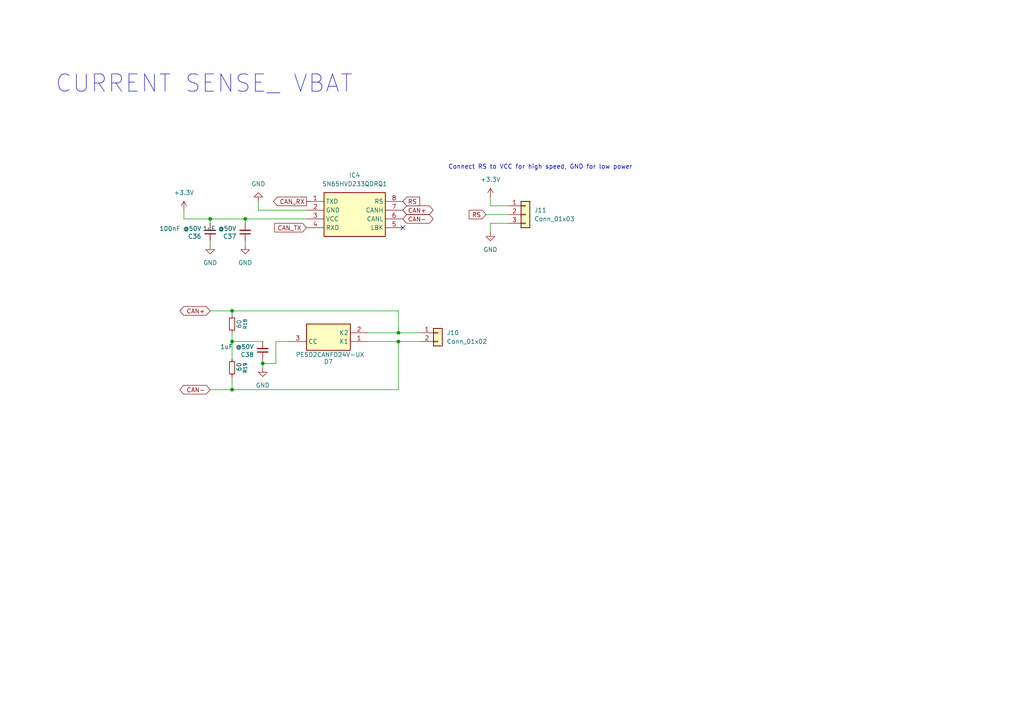
<source format=kicad_sch>
(kicad_sch (version 20250114) (generator "eeschema") (generator_version "9.0")
  (paper "A4")
  (lib_symbols
    (symbol "Connector_Generic:Conn_01x02" (pin_names (offset 1.016) (hide yes))
      (property "Reference" "J" (at 0 2.54 0))
      (property "Value" "Conn_01x02" (at 0 -5.08 0))
      (symbol "Conn_01x02_1_1"
        (rectangle (start -1.27 1.27) (end 1.27 -3.81) (stroke (width 0.254)) (fill (type background)))
        (rectangle (start -1.27 0.127) (end 0 -0.127) (stroke (width 0.1524)))
        (rectangle (start -1.27 -2.413) (end 0 -2.667) (stroke (width 0.1524)))
        (pin passive line (at -5.08 0 0) (length 3.81) (name "Pin_1") (number "1"))
        (pin passive line (at -5.08 -2.54 0) (length 3.81) (name "Pin_2") (number "2"))
      )
    )
    (symbol "Connector_Generic:Conn_01x03" (pin_names (offset 1.016) (hide yes))
      (property "Reference" "J" (at 0 5.08 0))
      (property "Value" "Conn_01x03" (at 0 -5.08 0))
      (symbol "Conn_01x03_1_1"
        (rectangle (start -1.27 3.81) (end 1.27 -3.81) (stroke (width 0.254)) (fill (type background)))
        (rectangle (start -1.27 2.667) (end 0 2.413) (stroke (width 0.1524)))
        (rectangle (start -1.27 0.127) (end 0 -0.127) (stroke (width 0.1524)))
        (rectangle (start -1.27 -2.413) (end 0 -2.667) (stroke (width 0.1524)))
        (pin passive line (at -5.08 2.54 0) (length 3.81) (name "Pin_1") (number "1"))
        (pin passive line (at -5.08 0 0) (length 3.81) (name "Pin_2") (number "2"))
        (pin passive line (at -5.08 -2.54 0) (length 3.81) (name "Pin_3") (number "3"))
      )
    )
    (symbol "Device:C_Small" (pin_numbers (hide yes)) (pin_names (offset 0.254) (hide yes))
      (property "Reference" "C" (at 0.254 1.778 0))
      (property "Value" "C_Small" (at 0.254 -2.032 0))
      (symbol "C_Small_0_1"
        (polyline (pts (xy -1.524 0.508) (xy 1.524 0.508)) (stroke (width 0.3048)))
        (polyline (pts (xy -1.524 -0.508) (xy 1.524 -0.508)) (stroke (width 0.3302)))
      )
      (symbol "C_Small_1_1"
        (pin passive line (at 0 2.54 270) (length 2.032) (name "~") (number "1"))
        (pin passive line (at 0 -2.54 90) (length 2.032) (name "~") (number "2"))
      )
    )
    (symbol "Device:R_Small" (pin_numbers (hide yes)) (pin_names (offset 0.254) (hide yes))
      (property "Reference" "R" (at 0 0 90))
      (property "Value" "R_Small" (at 1.778 0 90))
      (symbol "R_Small_0_1"
        (rectangle (start -0.762 1.778) (end 0.762 -1.778) (stroke (width 0.2032)))
      )
      (symbol "R_Small_1_1"
        (pin passive line (at 0 2.54 270) (length 0.762) (name "~") (number "1"))
        (pin passive line (at 0 -2.54 90) (length 0.762) (name "~") (number "2"))
      )
    )
    (symbol "power:+3.3V" (power) (pin_numbers (hide yes)) (pin_names (offset 0) (hide yes))
      (property "Value" "+3.3V" (at 0 3.556 0))
      (symbol "+3.3V_0_1"
        (polyline (pts (xy -0.762 1.27) (xy 0 2.54)))
        (polyline (pts (xy 0 2.54) (xy 0.762 1.27)))
        (polyline (pts (xy 0 0) (xy 0 2.54)))
      )
      (symbol "+3.3V_1_1"
        (pin power_in line (at 0 0 90) (length 0) (name "~") (number "1"))
      )
    )
    (symbol "power:GND1" (power) (pin_numbers (hide yes)) (pin_names (offset 0) (hide yes))
      (property "Value" "GND1" (at 0 -3.81 0))
      (symbol "GND1_0_1"
        (polyline (pts (xy 0 0) (xy 0 -1.27) (xy 1.27 -1.27) (xy 0 -2.54) (xy -1.27 -1.27) (xy 0 -1.27)))
      )
      (symbol "GND1_1_1"
        (pin power_in line (at 0 0 270) (length 0) (name "~") (number "1"))
      )
    )
    (symbol "samac_sys:PESD2CANFD24V-UX"
      (property "Reference" "D" (at 19.05 7.62 0))
      (property "Value" "PESD2CANFD24V-UX" (at 19.05 5.08 0))
      (symbol "PESD2CANFD24V-UX_1_1"
        (rectangle (start 5.08 2.54) (end 17.78 -5.08) (stroke (width 0.254)) (fill (type background)))
        (pin passive line (at 0 0 0) (length 5.08) (name "K1") (number "1"))
        (pin passive line (at 0 -2.54 0) (length 5.08) (name "K2") (number "2"))
        (pin passive line (at 22.86 0 180) (length 5.08) (name "CC") (number "3"))
      )
    )
    (symbol "samac_sys:SN65HVD233QDRQ1"
      (property "Reference" "IC" (at 24.13 7.62 0))
      (property "Value" "SN65HVD233QDRQ1" (at 24.13 5.08 0))
      (symbol "SN65HVD233QDRQ1_1_1"
        (rectangle (start 5.08 2.54) (end 22.86 -10.16) (stroke (width 0.254)) (fill (type background)))
        (pin passive line (at 0 0 0) (length 5.08) (name "TXD") (number "1"))
        (pin passive line (at 0 -2.54 0) (length 5.08) (name "GND") (number "2"))
        (pin passive line (at 0 -5.08 0) (length 5.08) (name "VCC") (number "3"))
        (pin passive line (at 0 -7.62 0) (length 5.08) (name "RXD") (number "4"))
        (pin passive line (at 27.94 0 180) (length 5.08) (name "RS") (number "8"))
        (pin passive line (at 27.94 -2.54 180) (length 5.08) (name "CANH") (number "7"))
        (pin passive line (at 27.94 -5.08 180) (length 5.08) (name "CANL") (number "6"))
        (pin passive line (at 27.94 -7.62 180) (length 5.08) (name "LBK") (number "5"))
      )
    )
  )
  (text "Connect RS to VCC for high speed, GND for low power" (at 156.718 48.514 0) (effects (font (size 1.27 1.27))))
  (text "CURRENT SENSE_ VBAT" (at 59.182 24.384 0) (effects (font (size 5 5))))
  (junction (at 67.31 90.17))
  (junction (at 71.12 63.5))
  (junction (at 67.31 99.06))
  (junction (at 115.57 96.52))
  (junction (at 76.2 105.41))
  (junction (at 115.57 99.06))
  (junction (at 60.96 63.5))
  (junction (at 67.31 113.03))
  (no_connect (at 116.84 66.04))
  (wire (pts (xy 140.97 62.23) (xy 147.32 62.23)))
  (wire (pts (xy 67.31 99.06) (xy 67.31 104.14)))
  (wire (pts (xy 142.24 57.15) (xy 142.24 59.69)))
  (wire (pts (xy 71.12 63.5) (xy 71.12 64.77)))
  (wire (pts (xy 76.2 105.41) (xy 76.2 106.68)))
  (wire (pts (xy 71.12 63.5) (xy 88.9 63.5)))
  (wire (pts (xy 115.57 96.52) (xy 121.92 96.52)))
  (wire (pts (xy 60.96 63.5) (xy 71.12 63.5)))
  (wire (pts (xy 106.68 99.06) (xy 115.57 99.06)))
  (wire (pts (xy 147.32 64.77) (xy 142.24 64.77)))
  (wire (pts (xy 88.9 60.96) (xy 74.93 60.96)))
  (wire (pts (xy 142.24 59.69) (xy 147.32 59.69)))
  (wire (pts (xy 67.31 90.17) (xy 115.57 90.17)))
  (wire (pts (xy 115.57 99.06) (xy 115.57 113.03)))
  (wire (pts (xy 80.01 105.41) (xy 76.2 105.41)))
  (wire (pts (xy 60.96 69.85) (xy 60.96 71.12)))
  (wire (pts (xy 53.34 63.5) (xy 60.96 63.5)))
  (wire (pts (xy 106.68 96.52) (xy 115.57 96.52)))
  (wire (pts (xy 74.93 60.96) (xy 74.93 58.42)))
  (wire (pts (xy 60.96 90.17) (xy 67.31 90.17)))
  (wire (pts (xy 115.57 99.06) (xy 121.92 99.06)))
  (wire (pts (xy 115.57 113.03) (xy 67.31 113.03)))
  (wire (pts (xy 53.34 60.96) (xy 53.34 63.5)))
  (wire (pts (xy 115.57 96.52) (xy 115.57 90.17)))
  (wire (pts (xy 83.82 99.06) (xy 80.01 99.06)))
  (wire (pts (xy 67.31 90.17) (xy 67.31 91.44)))
  (wire (pts (xy 67.31 96.52) (xy 67.31 99.06)))
  (wire (pts (xy 142.24 64.77) (xy 142.24 67.31)))
  (wire (pts (xy 67.31 113.03) (xy 60.96 113.03)))
  (wire (pts (xy 76.2 104.14) (xy 76.2 105.41)))
  (wire (pts (xy 71.12 69.85) (xy 71.12 71.12)))
  (wire (pts (xy 67.31 99.06) (xy 76.2 99.06)))
  (wire (pts (xy 67.31 109.22) (xy 67.31 113.03)))
  (wire (pts (xy 60.96 63.5) (xy 60.96 64.77)))
  (wire (pts (xy 80.01 99.06) (xy 80.01 105.41)))
  (global_label "RS" (shape input) (at 140.97 62.23 180) (property "Intersheetrefs" "${INTERSHEET_REFS}" (effects (hide yes))))
  (global_label "CAN+" (shape bidirectional) (at 60.96 90.17 180) (property "Intersheetrefs" "${INTERSHEET_REFS}" (effects (hide yes))))
  (global_label "CAN+" (shape bidirectional) (at 116.84 60.96 0) (property "Intersheetrefs" "${INTERSHEET_REFS}" (effects (hide yes))))
  (global_label "CAN-" (shape bidirectional) (at 116.84 63.5 0) (property "Intersheetrefs" "${INTERSHEET_REFS}" (effects (hide yes))))
  (global_label "CAN_RX" (shape output) (at 88.9 58.42 180) (property "Intersheetrefs" "${INTERSHEET_REFS}" (effects (hide yes))))
  (global_label "RS" (shape input) (at 116.84 58.42 0) (property "Intersheetrefs" "${INTERSHEET_REFS}" (effects (hide yes))))
  (global_label "CAN_TX" (shape input) (at 88.9 66.04 180) (property "Intersheetrefs" "${INTERSHEET_REFS}" (effects (hide yes))))
  (global_label "CAN-" (shape bidirectional) (at 60.96 113.03 180) (property "Intersheetrefs" "${INTERSHEET_REFS}" (effects (hide yes))))
  (symbol (lib_id "samac_sys:SN65HVD233QDRQ1") (at 88.9 58.42 0) (unit 1)
    (property "Reference" "IC4" (at 102.87 50.8 0))
    (property "Value" "SN65HVD233QDRQ1" (at 102.87 53.34 0))
    (property "Footprint" "samac_sys:SOIC127P600X175-8N" (effects (hide yes)))
    (property "Datasheet" "http://www.ti.com/lit/gpn/sn65hvd233-q1" (effects (hide yes)))
    (property "Description" "3.3-V Automotive CAN Bus Transceivers" (effects (hide yes)))
    (property "Height" "1.75" (effects (hide yes)))
    (property "Mouser Part Number" "595-SN65HVD233QDRQ1" (effects (hide yes)))
    (property "Mouser Price/Stock" "https://www.mouser.co.uk/ProductDetail/Texas-Instruments/SN65HVD233QDRQ1?qs=OEYMhS7p3YY8MdjGTK4Kqg%3D%3D" (effects (hide yes)))
    (property "Manufacturer_Name" "Texas Instruments" (effects (hide yes)))
    (property "Manufacturer_Part_Number" "SN65HVD233QDRQ1" (effects (hide yes)))
  )
  (symbol (lib_id "power:+3.3V") (at 142.24 57.15 0) (unit 1)
    (property "Reference" "#PWR087" (effects (hide yes)))
    (property "Value" "+3.3V" (at 142.24 52.07 0))
    (property "Description" "Power symbol creates a global label with name \"+3.3V\"" (effects (hide yes)))
  )
  (symbol (lib_id "power:GND1") (at 74.93 58.42 180) (unit 1)
    (property "Reference" "#PWR085" (effects (hide yes)))
    (property "Value" "GND" (at 74.93 53.34 0))
    (property "Description" "Power symbol creates a global label with name \"GND1\" , ground" (effects (hide yes)))
  )
  (symbol (lib_id "power:GND1") (at 71.12 71.12 0) (unit 1)
    (property "Reference" "#PWR084" (effects (hide yes)))
    (property "Value" "GND" (at 71.12 76.2 0))
    (property "Description" "Power symbol creates a global label with name \"GND1\" , ground" (effects (hide yes)))
  )
  (symbol (lib_id "Connector_Generic:Conn_01x02") (at 127 96.52 0) (unit 1)
    (property "Reference" "J10" (at 129.54 96.5199 0) (effects (justify left)))
    (property "Value" "Conn_01x02" (at 129.54 99.0599 0) (effects (justify left)))
    (property "Footprint" "Connector_JST:JST_PH_B2B-PH-K_1x02_P2.00mm_Vertical" (effects (hide yes)))
    (property "Description" "Generic connector, single row, 01x02, script generated (kicad-library-utils/schlib/autogen/connector/)" (effects (hide yes)))
  )
  (symbol (lib_id "Device:C_Small") (at 71.12 67.31 180) (unit 1)
    (property "Reference" "C37" (at 68.58 68.5738 0) (effects (justify left)))
    (property "Value" "1uF @50V" (at 68.58 66.294 0) (effects (justify left)))
    (property "Footprint" "Capacitor_SMD:C_0805_2012Metric_Pad1.18x1.45mm_HandSolder" (effects (hide yes)))
    (property "Datasheet" "GRT21BR71H105KE01K" (effects (hide yes)))
    (property "Description" "Unpolarized capacitor, small symbol" (effects (hide yes)))
  )
  (symbol (lib_id "Device:R_Small") (at 67.31 93.98 180) (unit 1)
    (property "Reference" "R18" (at 71.12 93.98 90) (effects (font (size 1.016 1.016))))
    (property "Value" "60" (at 69.342 93.98 90))
    (property "Footprint" "Resistor_SMD:R_0603_1608Metric" (effects (hide yes)))
    (property "Datasheet" "RK73H1HRTTCM60R4F" (effects (hide yes)))
    (property "Description" "Resistor, small symbol" (effects (hide yes)))
  )
  (symbol (lib_id "power:+3.3V") (at 53.34 60.96 0) (unit 1)
    (property "Reference" "#PWR082" (effects (hide yes)))
    (property "Value" "+3.3V" (at 53.34 55.88 0))
    (property "Description" "Power symbol creates a global label with name \"+3.3V\"" (effects (hide yes)))
  )
  (symbol (lib_id "samac_sys:PESD2CANFD24V-UX") (at 106.68 99.06 180) (unit 1)
    (property "Reference" "D7" (at 95.25 104.902 0))
    (property "Value" "PESD2CANFD24V-UX" (at 95.758 102.87 0))
    (property "Footprint" "samac_sys:SOT65P210X110-3N" (effects (hide yes)))
    (property "Datasheet" "https://assets.nexperia.com/documents/data-sheet/PESD2CANFD24V-U.pdf" (effects (hide yes)))
    (property "Description" "PESD2CANFD24V-U - ESD protection for In-vehicle networks" (effects (hide yes)))
    (property "Height" "1.1" (effects (hide yes)))
    (property "Mouser Part Number" "771-PESD2CANFD24V-UX" (effects (hide yes)))
    (property "Mouser Price/Stock" "https://www.mouser.co.uk/ProductDetail/Nexperia/PESD2CANFD24V-UX?qs=xZ%2FP%252Ba9zWqYt%2Ft8UKiQnig%3D%3D" (effects (hide yes)))
    (property "Manufacturer_Name" "Nexperia" (effects (hide yes)))
    (property "Manufacturer_Part_Number" "PESD2CANFD24V-UX" (effects (hide yes)))
  )
  (symbol (lib_id "power:GND1") (at 76.2 106.68 0) (unit 1)
    (property "Reference" "#PWR086" (effects (hide yes)))
    (property "Value" "GND" (at 76.2 111.76 0))
    (property "Description" "Power symbol creates a global label with name \"GND1\" , ground" (effects (hide yes)))
  )
  (symbol (lib_id "Device:C_Small") (at 76.2 101.6 180) (unit 1)
    (property "Reference" "C38" (at 73.66 102.8638 0) (effects (justify left)))
    (property "Value" "1uF @50V" (at 73.66 100.584 0) (effects (justify left)))
    (property "Footprint" "Capacitor_SMD:C_0805_2012Metric_Pad1.18x1.45mm_HandSolder" (effects (hide yes)))
    (property "Datasheet" "GRT21BR71H105KE01K" (effects (hide yes)))
    (property "Description" "Unpolarized capacitor, small symbol" (effects (hide yes)))
  )
  (symbol (lib_id "power:GND1") (at 142.24 67.31 0) (unit 1)
    (property "Reference" "#PWR088" (effects (hide yes)))
    (property "Value" "GND" (at 142.24 72.39 0))
    (property "Description" "Power symbol creates a global label with name \"GND1\" , ground" (effects (hide yes)))
  )
  (symbol (lib_id "Device:C_Small") (at 60.96 67.31 180) (unit 1)
    (property "Reference" "C36" (at 58.42 68.5738 0) (effects (justify left)))
    (property "Value" "100nF @50V" (at 58.42 66.294 0) (effects (justify left)))
    (property "Footprint" "Capacitor_SMD:C_0402_1005Metric_Pad0.74x0.62mm_HandSolder" (effects (hide yes)))
    (property "Datasheet" "GRM155R61H104KE19J" (effects (hide yes)))
    (property "Description" "Unpolarized capacitor, small symbol" (effects (hide yes)))
  )
  (symbol (lib_id "power:GND1") (at 60.96 71.12 0) (unit 1)
    (property "Reference" "#PWR083" (effects (hide yes)))
    (property "Value" "GND" (at 60.96 76.2 0))
    (property "Description" "Power symbol creates a global label with name \"GND1\" , ground" (effects (hide yes)))
  )
  (symbol (lib_id "Connector_Generic:Conn_01x03") (at 152.4 62.23 0) (unit 1)
    (property "Reference" "J11" (at 154.94 60.9599 0) (effects (justify left)))
    (property "Value" "Conn_01x03" (at 154.94 63.4999 0) (effects (justify left)))
    (property "Footprint" "Connector_PinHeader_2.54mm:PinHeader_1x03_P2.54mm_Vertical" (effects (hide yes)))
    (property "Description" "Generic connector, single row, 01x03, script generated (kicad-library-utils/schlib/autogen/connector/)" (effects (hide yes)))
  )
  (symbol (lib_id "Device:R_Small") (at 67.31 106.68 180) (unit 1)
    (property "Reference" "R19" (at 71.12 106.68 90) (effects (font (size 1.016 1.016))))
    (property "Value" "60" (at 69.342 106.426 90))
    (property "Footprint" "Resistor_SMD:R_0603_1608Metric" (effects (hide yes)))
    (property "Datasheet" "RK73H1HRTTCM60R4F" (effects (hide yes)))
    (property "Description" "Resistor, small symbol" (effects (hide yes)))
  )
)
</source>
